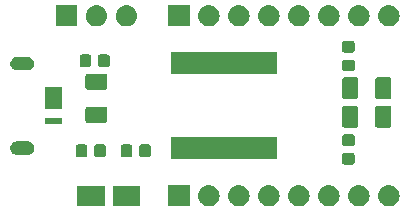
<source format=gbr>
G04 #@! TF.GenerationSoftware,KiCad,Pcbnew,(5.0.1)-3*
G04 #@! TF.CreationDate,2019-07-27T12:32:00+01:00*
G04 #@! TF.ProjectId,UsbToSerial,557362546F53657269616C2E6B696361,rev?*
G04 #@! TF.SameCoordinates,Original*
G04 #@! TF.FileFunction,Soldermask,Top*
G04 #@! TF.FilePolarity,Negative*
%FSLAX46Y46*%
G04 Gerber Fmt 4.6, Leading zero omitted, Abs format (unit mm)*
G04 Created by KiCad (PCBNEW (5.0.1)-3) date 27/07/2019 12:32:00*
%MOMM*%
%LPD*%
G01*
G04 APERTURE LIST*
%ADD10C,0.100000*%
G04 APERTURE END LIST*
D10*
G36*
X110600442Y-86735518D02*
X110666627Y-86742037D01*
X110779853Y-86776384D01*
X110836467Y-86793557D01*
X110975087Y-86867652D01*
X110992991Y-86877222D01*
X111028729Y-86906552D01*
X111130186Y-86989814D01*
X111213448Y-87091271D01*
X111242778Y-87127009D01*
X111242779Y-87127011D01*
X111326443Y-87283533D01*
X111326443Y-87283534D01*
X111377963Y-87453373D01*
X111395359Y-87630000D01*
X111377963Y-87806627D01*
X111343616Y-87919853D01*
X111326443Y-87976467D01*
X111252348Y-88115087D01*
X111242778Y-88132991D01*
X111213448Y-88168729D01*
X111130186Y-88270186D01*
X111028729Y-88353448D01*
X110992991Y-88382778D01*
X110992989Y-88382779D01*
X110836467Y-88466443D01*
X110788478Y-88481000D01*
X110666627Y-88517963D01*
X110600442Y-88524482D01*
X110534260Y-88531000D01*
X110445740Y-88531000D01*
X110379558Y-88524482D01*
X110313373Y-88517963D01*
X110191522Y-88481000D01*
X110143533Y-88466443D01*
X109987011Y-88382779D01*
X109987009Y-88382778D01*
X109951271Y-88353448D01*
X109849814Y-88270186D01*
X109766552Y-88168729D01*
X109737222Y-88132991D01*
X109727652Y-88115087D01*
X109653557Y-87976467D01*
X109636384Y-87919853D01*
X109602037Y-87806627D01*
X109584641Y-87630000D01*
X109602037Y-87453373D01*
X109653557Y-87283534D01*
X109653557Y-87283533D01*
X109737221Y-87127011D01*
X109737222Y-87127009D01*
X109766552Y-87091271D01*
X109849814Y-86989814D01*
X109951271Y-86906552D01*
X109987009Y-86877222D01*
X110004913Y-86867652D01*
X110143533Y-86793557D01*
X110200147Y-86776384D01*
X110313373Y-86742037D01*
X110379558Y-86735518D01*
X110445740Y-86729000D01*
X110534260Y-86729000D01*
X110600442Y-86735518D01*
X110600442Y-86735518D01*
G37*
G36*
X108060442Y-86735518D02*
X108126627Y-86742037D01*
X108239853Y-86776384D01*
X108296467Y-86793557D01*
X108435087Y-86867652D01*
X108452991Y-86877222D01*
X108488729Y-86906552D01*
X108590186Y-86989814D01*
X108673448Y-87091271D01*
X108702778Y-87127009D01*
X108702779Y-87127011D01*
X108786443Y-87283533D01*
X108786443Y-87283534D01*
X108837963Y-87453373D01*
X108855359Y-87630000D01*
X108837963Y-87806627D01*
X108803616Y-87919853D01*
X108786443Y-87976467D01*
X108712348Y-88115087D01*
X108702778Y-88132991D01*
X108673448Y-88168729D01*
X108590186Y-88270186D01*
X108488729Y-88353448D01*
X108452991Y-88382778D01*
X108452989Y-88382779D01*
X108296467Y-88466443D01*
X108248478Y-88481000D01*
X108126627Y-88517963D01*
X108060442Y-88524482D01*
X107994260Y-88531000D01*
X107905740Y-88531000D01*
X107839558Y-88524482D01*
X107773373Y-88517963D01*
X107651522Y-88481000D01*
X107603533Y-88466443D01*
X107447011Y-88382779D01*
X107447009Y-88382778D01*
X107411271Y-88353448D01*
X107309814Y-88270186D01*
X107226552Y-88168729D01*
X107197222Y-88132991D01*
X107187652Y-88115087D01*
X107113557Y-87976467D01*
X107096384Y-87919853D01*
X107062037Y-87806627D01*
X107044641Y-87630000D01*
X107062037Y-87453373D01*
X107113557Y-87283534D01*
X107113557Y-87283533D01*
X107197221Y-87127011D01*
X107197222Y-87127009D01*
X107226552Y-87091271D01*
X107309814Y-86989814D01*
X107411271Y-86906552D01*
X107447009Y-86877222D01*
X107464913Y-86867652D01*
X107603533Y-86793557D01*
X107660147Y-86776384D01*
X107773373Y-86742037D01*
X107839558Y-86735518D01*
X107905740Y-86729000D01*
X107994260Y-86729000D01*
X108060442Y-86735518D01*
X108060442Y-86735518D01*
G37*
G36*
X93611000Y-88531000D02*
X91809000Y-88531000D01*
X91809000Y-86729000D01*
X93611000Y-86729000D01*
X93611000Y-88531000D01*
X93611000Y-88531000D01*
G37*
G36*
X95360442Y-86735518D02*
X95426627Y-86742037D01*
X95539853Y-86776384D01*
X95596467Y-86793557D01*
X95735087Y-86867652D01*
X95752991Y-86877222D01*
X95788729Y-86906552D01*
X95890186Y-86989814D01*
X95973448Y-87091271D01*
X96002778Y-87127009D01*
X96002779Y-87127011D01*
X96086443Y-87283533D01*
X96086443Y-87283534D01*
X96137963Y-87453373D01*
X96155359Y-87630000D01*
X96137963Y-87806627D01*
X96103616Y-87919853D01*
X96086443Y-87976467D01*
X96012348Y-88115087D01*
X96002778Y-88132991D01*
X95973448Y-88168729D01*
X95890186Y-88270186D01*
X95788729Y-88353448D01*
X95752991Y-88382778D01*
X95752989Y-88382779D01*
X95596467Y-88466443D01*
X95548478Y-88481000D01*
X95426627Y-88517963D01*
X95360442Y-88524482D01*
X95294260Y-88531000D01*
X95205740Y-88531000D01*
X95139558Y-88524482D01*
X95073373Y-88517963D01*
X94951522Y-88481000D01*
X94903533Y-88466443D01*
X94747011Y-88382779D01*
X94747009Y-88382778D01*
X94711271Y-88353448D01*
X94609814Y-88270186D01*
X94526552Y-88168729D01*
X94497222Y-88132991D01*
X94487652Y-88115087D01*
X94413557Y-87976467D01*
X94396384Y-87919853D01*
X94362037Y-87806627D01*
X94344641Y-87630000D01*
X94362037Y-87453373D01*
X94413557Y-87283534D01*
X94413557Y-87283533D01*
X94497221Y-87127011D01*
X94497222Y-87127009D01*
X94526552Y-87091271D01*
X94609814Y-86989814D01*
X94711271Y-86906552D01*
X94747009Y-86877222D01*
X94764913Y-86867652D01*
X94903533Y-86793557D01*
X94960147Y-86776384D01*
X95073373Y-86742037D01*
X95139558Y-86735518D01*
X95205740Y-86729000D01*
X95294260Y-86729000D01*
X95360442Y-86735518D01*
X95360442Y-86735518D01*
G37*
G36*
X97900442Y-86735518D02*
X97966627Y-86742037D01*
X98079853Y-86776384D01*
X98136467Y-86793557D01*
X98275087Y-86867652D01*
X98292991Y-86877222D01*
X98328729Y-86906552D01*
X98430186Y-86989814D01*
X98513448Y-87091271D01*
X98542778Y-87127009D01*
X98542779Y-87127011D01*
X98626443Y-87283533D01*
X98626443Y-87283534D01*
X98677963Y-87453373D01*
X98695359Y-87630000D01*
X98677963Y-87806627D01*
X98643616Y-87919853D01*
X98626443Y-87976467D01*
X98552348Y-88115087D01*
X98542778Y-88132991D01*
X98513448Y-88168729D01*
X98430186Y-88270186D01*
X98328729Y-88353448D01*
X98292991Y-88382778D01*
X98292989Y-88382779D01*
X98136467Y-88466443D01*
X98088478Y-88481000D01*
X97966627Y-88517963D01*
X97900442Y-88524482D01*
X97834260Y-88531000D01*
X97745740Y-88531000D01*
X97679558Y-88524482D01*
X97613373Y-88517963D01*
X97491522Y-88481000D01*
X97443533Y-88466443D01*
X97287011Y-88382779D01*
X97287009Y-88382778D01*
X97251271Y-88353448D01*
X97149814Y-88270186D01*
X97066552Y-88168729D01*
X97037222Y-88132991D01*
X97027652Y-88115087D01*
X96953557Y-87976467D01*
X96936384Y-87919853D01*
X96902037Y-87806627D01*
X96884641Y-87630000D01*
X96902037Y-87453373D01*
X96953557Y-87283534D01*
X96953557Y-87283533D01*
X97037221Y-87127011D01*
X97037222Y-87127009D01*
X97066552Y-87091271D01*
X97149814Y-86989814D01*
X97251271Y-86906552D01*
X97287009Y-86877222D01*
X97304913Y-86867652D01*
X97443533Y-86793557D01*
X97500147Y-86776384D01*
X97613373Y-86742037D01*
X97679558Y-86735518D01*
X97745740Y-86729000D01*
X97834260Y-86729000D01*
X97900442Y-86735518D01*
X97900442Y-86735518D01*
G37*
G36*
X102980442Y-86735518D02*
X103046627Y-86742037D01*
X103159853Y-86776384D01*
X103216467Y-86793557D01*
X103355087Y-86867652D01*
X103372991Y-86877222D01*
X103408729Y-86906552D01*
X103510186Y-86989814D01*
X103593448Y-87091271D01*
X103622778Y-87127009D01*
X103622779Y-87127011D01*
X103706443Y-87283533D01*
X103706443Y-87283534D01*
X103757963Y-87453373D01*
X103775359Y-87630000D01*
X103757963Y-87806627D01*
X103723616Y-87919853D01*
X103706443Y-87976467D01*
X103632348Y-88115087D01*
X103622778Y-88132991D01*
X103593448Y-88168729D01*
X103510186Y-88270186D01*
X103408729Y-88353448D01*
X103372991Y-88382778D01*
X103372989Y-88382779D01*
X103216467Y-88466443D01*
X103168478Y-88481000D01*
X103046627Y-88517963D01*
X102980442Y-88524482D01*
X102914260Y-88531000D01*
X102825740Y-88531000D01*
X102759558Y-88524482D01*
X102693373Y-88517963D01*
X102571522Y-88481000D01*
X102523533Y-88466443D01*
X102367011Y-88382779D01*
X102367009Y-88382778D01*
X102331271Y-88353448D01*
X102229814Y-88270186D01*
X102146552Y-88168729D01*
X102117222Y-88132991D01*
X102107652Y-88115087D01*
X102033557Y-87976467D01*
X102016384Y-87919853D01*
X101982037Y-87806627D01*
X101964641Y-87630000D01*
X101982037Y-87453373D01*
X102033557Y-87283534D01*
X102033557Y-87283533D01*
X102117221Y-87127011D01*
X102117222Y-87127009D01*
X102146552Y-87091271D01*
X102229814Y-86989814D01*
X102331271Y-86906552D01*
X102367009Y-86877222D01*
X102384913Y-86867652D01*
X102523533Y-86793557D01*
X102580147Y-86776384D01*
X102693373Y-86742037D01*
X102759558Y-86735518D01*
X102825740Y-86729000D01*
X102914260Y-86729000D01*
X102980442Y-86735518D01*
X102980442Y-86735518D01*
G37*
G36*
X105520442Y-86735518D02*
X105586627Y-86742037D01*
X105699853Y-86776384D01*
X105756467Y-86793557D01*
X105895087Y-86867652D01*
X105912991Y-86877222D01*
X105948729Y-86906552D01*
X106050186Y-86989814D01*
X106133448Y-87091271D01*
X106162778Y-87127009D01*
X106162779Y-87127011D01*
X106246443Y-87283533D01*
X106246443Y-87283534D01*
X106297963Y-87453373D01*
X106315359Y-87630000D01*
X106297963Y-87806627D01*
X106263616Y-87919853D01*
X106246443Y-87976467D01*
X106172348Y-88115087D01*
X106162778Y-88132991D01*
X106133448Y-88168729D01*
X106050186Y-88270186D01*
X105948729Y-88353448D01*
X105912991Y-88382778D01*
X105912989Y-88382779D01*
X105756467Y-88466443D01*
X105708478Y-88481000D01*
X105586627Y-88517963D01*
X105520442Y-88524482D01*
X105454260Y-88531000D01*
X105365740Y-88531000D01*
X105299558Y-88524482D01*
X105233373Y-88517963D01*
X105111522Y-88481000D01*
X105063533Y-88466443D01*
X104907011Y-88382779D01*
X104907009Y-88382778D01*
X104871271Y-88353448D01*
X104769814Y-88270186D01*
X104686552Y-88168729D01*
X104657222Y-88132991D01*
X104647652Y-88115087D01*
X104573557Y-87976467D01*
X104556384Y-87919853D01*
X104522037Y-87806627D01*
X104504641Y-87630000D01*
X104522037Y-87453373D01*
X104573557Y-87283534D01*
X104573557Y-87283533D01*
X104657221Y-87127011D01*
X104657222Y-87127009D01*
X104686552Y-87091271D01*
X104769814Y-86989814D01*
X104871271Y-86906552D01*
X104907009Y-86877222D01*
X104924913Y-86867652D01*
X105063533Y-86793557D01*
X105120147Y-86776384D01*
X105233373Y-86742037D01*
X105299558Y-86735518D01*
X105365740Y-86729000D01*
X105454260Y-86729000D01*
X105520442Y-86735518D01*
X105520442Y-86735518D01*
G37*
G36*
X100440442Y-86735518D02*
X100506627Y-86742037D01*
X100619853Y-86776384D01*
X100676467Y-86793557D01*
X100815087Y-86867652D01*
X100832991Y-86877222D01*
X100868729Y-86906552D01*
X100970186Y-86989814D01*
X101053448Y-87091271D01*
X101082778Y-87127009D01*
X101082779Y-87127011D01*
X101166443Y-87283533D01*
X101166443Y-87283534D01*
X101217963Y-87453373D01*
X101235359Y-87630000D01*
X101217963Y-87806627D01*
X101183616Y-87919853D01*
X101166443Y-87976467D01*
X101092348Y-88115087D01*
X101082778Y-88132991D01*
X101053448Y-88168729D01*
X100970186Y-88270186D01*
X100868729Y-88353448D01*
X100832991Y-88382778D01*
X100832989Y-88382779D01*
X100676467Y-88466443D01*
X100628478Y-88481000D01*
X100506627Y-88517963D01*
X100440442Y-88524482D01*
X100374260Y-88531000D01*
X100285740Y-88531000D01*
X100219558Y-88524482D01*
X100153373Y-88517963D01*
X100031522Y-88481000D01*
X99983533Y-88466443D01*
X99827011Y-88382779D01*
X99827009Y-88382778D01*
X99791271Y-88353448D01*
X99689814Y-88270186D01*
X99606552Y-88168729D01*
X99577222Y-88132991D01*
X99567652Y-88115087D01*
X99493557Y-87976467D01*
X99476384Y-87919853D01*
X99442037Y-87806627D01*
X99424641Y-87630000D01*
X99442037Y-87453373D01*
X99493557Y-87283534D01*
X99493557Y-87283533D01*
X99577221Y-87127011D01*
X99577222Y-87127009D01*
X99606552Y-87091271D01*
X99689814Y-86989814D01*
X99791271Y-86906552D01*
X99827009Y-86877222D01*
X99844913Y-86867652D01*
X99983533Y-86793557D01*
X100040147Y-86776384D01*
X100153373Y-86742037D01*
X100219558Y-86735518D01*
X100285740Y-86729000D01*
X100374260Y-86729000D01*
X100440442Y-86735518D01*
X100440442Y-86735518D01*
G37*
G36*
X89416000Y-88481000D02*
X87114000Y-88481000D01*
X87114000Y-86779000D01*
X89416000Y-86779000D01*
X89416000Y-88481000D01*
X89416000Y-88481000D01*
G37*
G36*
X86416000Y-88481000D02*
X84114000Y-88481000D01*
X84114000Y-86779000D01*
X86416000Y-86779000D01*
X86416000Y-88481000D01*
X86416000Y-88481000D01*
G37*
G36*
X107440591Y-84021585D02*
X107474569Y-84031893D01*
X107505887Y-84048633D01*
X107533339Y-84071161D01*
X107555867Y-84098613D01*
X107572607Y-84129931D01*
X107582915Y-84163909D01*
X107587000Y-84205390D01*
X107587000Y-84806610D01*
X107582915Y-84848091D01*
X107572607Y-84882069D01*
X107555867Y-84913387D01*
X107533339Y-84940839D01*
X107505887Y-84963367D01*
X107474569Y-84980107D01*
X107440591Y-84990415D01*
X107399110Y-84994500D01*
X106722890Y-84994500D01*
X106681409Y-84990415D01*
X106647431Y-84980107D01*
X106616113Y-84963367D01*
X106588661Y-84940839D01*
X106566133Y-84913387D01*
X106549393Y-84882069D01*
X106539085Y-84848091D01*
X106535000Y-84806610D01*
X106535000Y-84205390D01*
X106539085Y-84163909D01*
X106549393Y-84129931D01*
X106566133Y-84098613D01*
X106588661Y-84071161D01*
X106616113Y-84048633D01*
X106647431Y-84031893D01*
X106681409Y-84021585D01*
X106722890Y-84017500D01*
X107399110Y-84017500D01*
X107440591Y-84021585D01*
X107440591Y-84021585D01*
G37*
G36*
X101021000Y-84536000D02*
X92019000Y-84536000D01*
X92019000Y-82684000D01*
X101021000Y-82684000D01*
X101021000Y-84536000D01*
X101021000Y-84536000D01*
G37*
G36*
X90182091Y-83298085D02*
X90216069Y-83308393D01*
X90247387Y-83325133D01*
X90274839Y-83347661D01*
X90297367Y-83375113D01*
X90314107Y-83406431D01*
X90324415Y-83440409D01*
X90328500Y-83481890D01*
X90328500Y-84158110D01*
X90324415Y-84199591D01*
X90314107Y-84233569D01*
X90297367Y-84264887D01*
X90274839Y-84292339D01*
X90247387Y-84314867D01*
X90216069Y-84331607D01*
X90182091Y-84341915D01*
X90140610Y-84346000D01*
X89539390Y-84346000D01*
X89497909Y-84341915D01*
X89463931Y-84331607D01*
X89432613Y-84314867D01*
X89405161Y-84292339D01*
X89382633Y-84264887D01*
X89365893Y-84233569D01*
X89355585Y-84199591D01*
X89351500Y-84158110D01*
X89351500Y-83481890D01*
X89355585Y-83440409D01*
X89365893Y-83406431D01*
X89382633Y-83375113D01*
X89405161Y-83347661D01*
X89432613Y-83325133D01*
X89463931Y-83308393D01*
X89497909Y-83298085D01*
X89539390Y-83294000D01*
X90140610Y-83294000D01*
X90182091Y-83298085D01*
X90182091Y-83298085D01*
G37*
G36*
X86372091Y-83298085D02*
X86406069Y-83308393D01*
X86437387Y-83325133D01*
X86464839Y-83347661D01*
X86487367Y-83375113D01*
X86504107Y-83406431D01*
X86514415Y-83440409D01*
X86518500Y-83481890D01*
X86518500Y-84158110D01*
X86514415Y-84199591D01*
X86504107Y-84233569D01*
X86487367Y-84264887D01*
X86464839Y-84292339D01*
X86437387Y-84314867D01*
X86406069Y-84331607D01*
X86372091Y-84341915D01*
X86330610Y-84346000D01*
X85729390Y-84346000D01*
X85687909Y-84341915D01*
X85653931Y-84331607D01*
X85622613Y-84314867D01*
X85595161Y-84292339D01*
X85572633Y-84264887D01*
X85555893Y-84233569D01*
X85545585Y-84199591D01*
X85541500Y-84158110D01*
X85541500Y-83481890D01*
X85545585Y-83440409D01*
X85555893Y-83406431D01*
X85572633Y-83375113D01*
X85595161Y-83347661D01*
X85622613Y-83325133D01*
X85653931Y-83308393D01*
X85687909Y-83298085D01*
X85729390Y-83294000D01*
X86330610Y-83294000D01*
X86372091Y-83298085D01*
X86372091Y-83298085D01*
G37*
G36*
X88607091Y-83298085D02*
X88641069Y-83308393D01*
X88672387Y-83325133D01*
X88699839Y-83347661D01*
X88722367Y-83375113D01*
X88739107Y-83406431D01*
X88749415Y-83440409D01*
X88753500Y-83481890D01*
X88753500Y-84158110D01*
X88749415Y-84199591D01*
X88739107Y-84233569D01*
X88722367Y-84264887D01*
X88699839Y-84292339D01*
X88672387Y-84314867D01*
X88641069Y-84331607D01*
X88607091Y-84341915D01*
X88565610Y-84346000D01*
X87964390Y-84346000D01*
X87922909Y-84341915D01*
X87888931Y-84331607D01*
X87857613Y-84314867D01*
X87830161Y-84292339D01*
X87807633Y-84264887D01*
X87790893Y-84233569D01*
X87780585Y-84199591D01*
X87776500Y-84158110D01*
X87776500Y-83481890D01*
X87780585Y-83440409D01*
X87790893Y-83406431D01*
X87807633Y-83375113D01*
X87830161Y-83347661D01*
X87857613Y-83325133D01*
X87888931Y-83308393D01*
X87922909Y-83298085D01*
X87964390Y-83294000D01*
X88565610Y-83294000D01*
X88607091Y-83298085D01*
X88607091Y-83298085D01*
G37*
G36*
X84797091Y-83298085D02*
X84831069Y-83308393D01*
X84862387Y-83325133D01*
X84889839Y-83347661D01*
X84912367Y-83375113D01*
X84929107Y-83406431D01*
X84939415Y-83440409D01*
X84943500Y-83481890D01*
X84943500Y-84158110D01*
X84939415Y-84199591D01*
X84929107Y-84233569D01*
X84912367Y-84264887D01*
X84889839Y-84292339D01*
X84862387Y-84314867D01*
X84831069Y-84331607D01*
X84797091Y-84341915D01*
X84755610Y-84346000D01*
X84154390Y-84346000D01*
X84112909Y-84341915D01*
X84078931Y-84331607D01*
X84047613Y-84314867D01*
X84020161Y-84292339D01*
X83997633Y-84264887D01*
X83980893Y-84233569D01*
X83970585Y-84199591D01*
X83966500Y-84158110D01*
X83966500Y-83481890D01*
X83970585Y-83440409D01*
X83980893Y-83406431D01*
X83997633Y-83375113D01*
X84020161Y-83347661D01*
X84047613Y-83325133D01*
X84078931Y-83308393D01*
X84112909Y-83298085D01*
X84154390Y-83294000D01*
X84755610Y-83294000D01*
X84797091Y-83298085D01*
X84797091Y-83298085D01*
G37*
G36*
X79982916Y-83017334D02*
X80091492Y-83050271D01*
X80191557Y-83103756D01*
X80279264Y-83175736D01*
X80351244Y-83263443D01*
X80404729Y-83363508D01*
X80437666Y-83472084D01*
X80448787Y-83585000D01*
X80437666Y-83697916D01*
X80404729Y-83806492D01*
X80351244Y-83906557D01*
X80279264Y-83994264D01*
X80191557Y-84066244D01*
X80091492Y-84119729D01*
X79982916Y-84152666D01*
X79898298Y-84161000D01*
X78991702Y-84161000D01*
X78907084Y-84152666D01*
X78798508Y-84119729D01*
X78698443Y-84066244D01*
X78610736Y-83994264D01*
X78538756Y-83906557D01*
X78485271Y-83806492D01*
X78452334Y-83697916D01*
X78441213Y-83585000D01*
X78452334Y-83472084D01*
X78485271Y-83363508D01*
X78538756Y-83263443D01*
X78610736Y-83175736D01*
X78698443Y-83103756D01*
X78798508Y-83050271D01*
X78907084Y-83017334D01*
X78991702Y-83009000D01*
X79898298Y-83009000D01*
X79982916Y-83017334D01*
X79982916Y-83017334D01*
G37*
G36*
X107440591Y-82446585D02*
X107474569Y-82456893D01*
X107505887Y-82473633D01*
X107533339Y-82496161D01*
X107555867Y-82523613D01*
X107572607Y-82554931D01*
X107582915Y-82588909D01*
X107587000Y-82630390D01*
X107587000Y-83231610D01*
X107582915Y-83273091D01*
X107572607Y-83307069D01*
X107555867Y-83338387D01*
X107533339Y-83365839D01*
X107505887Y-83388367D01*
X107474569Y-83405107D01*
X107440591Y-83415415D01*
X107399110Y-83419500D01*
X106722890Y-83419500D01*
X106681409Y-83415415D01*
X106647431Y-83405107D01*
X106616113Y-83388367D01*
X106588661Y-83365839D01*
X106566133Y-83338387D01*
X106549393Y-83307069D01*
X106539085Y-83273091D01*
X106535000Y-83231610D01*
X106535000Y-82630390D01*
X106539085Y-82588909D01*
X106549393Y-82554931D01*
X106566133Y-82523613D01*
X106588661Y-82496161D01*
X106616113Y-82473633D01*
X106647431Y-82456893D01*
X106681409Y-82446585D01*
X106722890Y-82442500D01*
X107399110Y-82442500D01*
X107440591Y-82446585D01*
X107440591Y-82446585D01*
G37*
G36*
X110529604Y-80021833D02*
X110566145Y-80032918D01*
X110599820Y-80050917D01*
X110629341Y-80075145D01*
X110653569Y-80104666D01*
X110671568Y-80138341D01*
X110682653Y-80174882D01*
X110687000Y-80219024D01*
X110687000Y-81667948D01*
X110682653Y-81712090D01*
X110671568Y-81748631D01*
X110653569Y-81782306D01*
X110629341Y-81811827D01*
X110599820Y-81836055D01*
X110566145Y-81854054D01*
X110529604Y-81865139D01*
X110485462Y-81869486D01*
X109536538Y-81869486D01*
X109492396Y-81865139D01*
X109455855Y-81854054D01*
X109422180Y-81836055D01*
X109392659Y-81811827D01*
X109368431Y-81782306D01*
X109350432Y-81748631D01*
X109339347Y-81712090D01*
X109335000Y-81667948D01*
X109335000Y-80219024D01*
X109339347Y-80174882D01*
X109350432Y-80138341D01*
X109368431Y-80104666D01*
X109392659Y-80075145D01*
X109422180Y-80050917D01*
X109455855Y-80032918D01*
X109492396Y-80021833D01*
X109536538Y-80017486D01*
X110485462Y-80017486D01*
X110529604Y-80021833D01*
X110529604Y-80021833D01*
G37*
G36*
X107729604Y-80021833D02*
X107766145Y-80032918D01*
X107799820Y-80050917D01*
X107829341Y-80075145D01*
X107853569Y-80104666D01*
X107871568Y-80138341D01*
X107882653Y-80174882D01*
X107887000Y-80219024D01*
X107887000Y-81667948D01*
X107882653Y-81712090D01*
X107871568Y-81748631D01*
X107853569Y-81782306D01*
X107829341Y-81811827D01*
X107799820Y-81836055D01*
X107766145Y-81854054D01*
X107729604Y-81865139D01*
X107685462Y-81869486D01*
X106736538Y-81869486D01*
X106692396Y-81865139D01*
X106655855Y-81854054D01*
X106622180Y-81836055D01*
X106592659Y-81811827D01*
X106568431Y-81782306D01*
X106550432Y-81748631D01*
X106539347Y-81712090D01*
X106535000Y-81667948D01*
X106535000Y-80219024D01*
X106539347Y-80174882D01*
X106550432Y-80138341D01*
X106568431Y-80104666D01*
X106592659Y-80075145D01*
X106622180Y-80050917D01*
X106655855Y-80032918D01*
X106692396Y-80021833D01*
X106736538Y-80017486D01*
X107685462Y-80017486D01*
X107729604Y-80021833D01*
X107729604Y-80021833D01*
G37*
G36*
X82846000Y-81561000D02*
X81344000Y-81561000D01*
X81344000Y-81059000D01*
X82846000Y-81059000D01*
X82846000Y-81561000D01*
X82846000Y-81561000D01*
G37*
G36*
X86493604Y-80103347D02*
X86530145Y-80114432D01*
X86563820Y-80132431D01*
X86593341Y-80156659D01*
X86617569Y-80186180D01*
X86635568Y-80219855D01*
X86646653Y-80256396D01*
X86651000Y-80300538D01*
X86651000Y-81249462D01*
X86646653Y-81293604D01*
X86635568Y-81330145D01*
X86617569Y-81363820D01*
X86593341Y-81393341D01*
X86563820Y-81417569D01*
X86530145Y-81435568D01*
X86493604Y-81446653D01*
X86449462Y-81451000D01*
X85000538Y-81451000D01*
X84956396Y-81446653D01*
X84919855Y-81435568D01*
X84886180Y-81417569D01*
X84856659Y-81393341D01*
X84832431Y-81363820D01*
X84814432Y-81330145D01*
X84803347Y-81293604D01*
X84799000Y-81249462D01*
X84799000Y-80300538D01*
X84803347Y-80256396D01*
X84814432Y-80219855D01*
X84832431Y-80186180D01*
X84856659Y-80156659D01*
X84886180Y-80132431D01*
X84919855Y-80114432D01*
X84956396Y-80103347D01*
X85000538Y-80099000D01*
X86449462Y-80099000D01*
X86493604Y-80103347D01*
X86493604Y-80103347D01*
G37*
G36*
X82846000Y-80261000D02*
X81344000Y-80261000D01*
X81344000Y-78459000D01*
X82846000Y-78459000D01*
X82846000Y-80261000D01*
X82846000Y-80261000D01*
G37*
G36*
X107729604Y-77599340D02*
X107766145Y-77610425D01*
X107799820Y-77628424D01*
X107829341Y-77652652D01*
X107853569Y-77682173D01*
X107871568Y-77715848D01*
X107882653Y-77752389D01*
X107887000Y-77796531D01*
X107887000Y-79245455D01*
X107882653Y-79289597D01*
X107871568Y-79326138D01*
X107853569Y-79359813D01*
X107829341Y-79389334D01*
X107799820Y-79413562D01*
X107766145Y-79431561D01*
X107729604Y-79442646D01*
X107685462Y-79446993D01*
X106736538Y-79446993D01*
X106692396Y-79442646D01*
X106655855Y-79431561D01*
X106622180Y-79413562D01*
X106592659Y-79389334D01*
X106568431Y-79359813D01*
X106550432Y-79326138D01*
X106539347Y-79289597D01*
X106535000Y-79245455D01*
X106535000Y-77796531D01*
X106539347Y-77752389D01*
X106550432Y-77715848D01*
X106568431Y-77682173D01*
X106592659Y-77652652D01*
X106622180Y-77628424D01*
X106655855Y-77610425D01*
X106692396Y-77599340D01*
X106736538Y-77594993D01*
X107685462Y-77594993D01*
X107729604Y-77599340D01*
X107729604Y-77599340D01*
G37*
G36*
X110529604Y-77599340D02*
X110566145Y-77610425D01*
X110599820Y-77628424D01*
X110629341Y-77652652D01*
X110653569Y-77682173D01*
X110671568Y-77715848D01*
X110682653Y-77752389D01*
X110687000Y-77796531D01*
X110687000Y-79245455D01*
X110682653Y-79289597D01*
X110671568Y-79326138D01*
X110653569Y-79359813D01*
X110629341Y-79389334D01*
X110599820Y-79413562D01*
X110566145Y-79431561D01*
X110529604Y-79442646D01*
X110485462Y-79446993D01*
X109536538Y-79446993D01*
X109492396Y-79442646D01*
X109455855Y-79431561D01*
X109422180Y-79413562D01*
X109392659Y-79389334D01*
X109368431Y-79359813D01*
X109350432Y-79326138D01*
X109339347Y-79289597D01*
X109335000Y-79245455D01*
X109335000Y-77796531D01*
X109339347Y-77752389D01*
X109350432Y-77715848D01*
X109368431Y-77682173D01*
X109392659Y-77652652D01*
X109422180Y-77628424D01*
X109455855Y-77610425D01*
X109492396Y-77599340D01*
X109536538Y-77594993D01*
X110485462Y-77594993D01*
X110529604Y-77599340D01*
X110529604Y-77599340D01*
G37*
G36*
X86493604Y-77303347D02*
X86530145Y-77314432D01*
X86563820Y-77332431D01*
X86593341Y-77356659D01*
X86617569Y-77386180D01*
X86635568Y-77419855D01*
X86646653Y-77456396D01*
X86651000Y-77500538D01*
X86651000Y-78449462D01*
X86646653Y-78493604D01*
X86635568Y-78530145D01*
X86617569Y-78563820D01*
X86593341Y-78593341D01*
X86563820Y-78617569D01*
X86530145Y-78635568D01*
X86493604Y-78646653D01*
X86449462Y-78651000D01*
X85000538Y-78651000D01*
X84956396Y-78646653D01*
X84919855Y-78635568D01*
X84886180Y-78617569D01*
X84856659Y-78593341D01*
X84832431Y-78563820D01*
X84814432Y-78530145D01*
X84803347Y-78493604D01*
X84799000Y-78449462D01*
X84799000Y-77500538D01*
X84803347Y-77456396D01*
X84814432Y-77419855D01*
X84832431Y-77386180D01*
X84856659Y-77356659D01*
X84886180Y-77332431D01*
X84919855Y-77314432D01*
X84956396Y-77303347D01*
X85000538Y-77299000D01*
X86449462Y-77299000D01*
X86493604Y-77303347D01*
X86493604Y-77303347D01*
G37*
G36*
X101021000Y-77336000D02*
X92019000Y-77336000D01*
X92019000Y-75484000D01*
X101021000Y-75484000D01*
X101021000Y-77336000D01*
X101021000Y-77336000D01*
G37*
G36*
X107440591Y-76122085D02*
X107474569Y-76132393D01*
X107505887Y-76149133D01*
X107533339Y-76171661D01*
X107555867Y-76199113D01*
X107572607Y-76230431D01*
X107582915Y-76264409D01*
X107587000Y-76305890D01*
X107587000Y-76907110D01*
X107582915Y-76948591D01*
X107572607Y-76982569D01*
X107555867Y-77013887D01*
X107533339Y-77041339D01*
X107505887Y-77063867D01*
X107474569Y-77080607D01*
X107440591Y-77090915D01*
X107399110Y-77095000D01*
X106722890Y-77095000D01*
X106681409Y-77090915D01*
X106647431Y-77080607D01*
X106616113Y-77063867D01*
X106588661Y-77041339D01*
X106566133Y-77013887D01*
X106549393Y-76982569D01*
X106539085Y-76948591D01*
X106535000Y-76907110D01*
X106535000Y-76305890D01*
X106539085Y-76264409D01*
X106549393Y-76230431D01*
X106566133Y-76199113D01*
X106588661Y-76171661D01*
X106616113Y-76149133D01*
X106647431Y-76132393D01*
X106681409Y-76122085D01*
X106722890Y-76118000D01*
X107399110Y-76118000D01*
X107440591Y-76122085D01*
X107440591Y-76122085D01*
G37*
G36*
X79982916Y-75867334D02*
X80091492Y-75900271D01*
X80191557Y-75953756D01*
X80279264Y-76025736D01*
X80351244Y-76113443D01*
X80404729Y-76213508D01*
X80437666Y-76322084D01*
X80448787Y-76435000D01*
X80437666Y-76547916D01*
X80404729Y-76656492D01*
X80351244Y-76756557D01*
X80279264Y-76844264D01*
X80191557Y-76916244D01*
X80091492Y-76969729D01*
X79982916Y-77002666D01*
X79898298Y-77011000D01*
X78991702Y-77011000D01*
X78907084Y-77002666D01*
X78798508Y-76969729D01*
X78698443Y-76916244D01*
X78610736Y-76844264D01*
X78538756Y-76756557D01*
X78485271Y-76656492D01*
X78452334Y-76547916D01*
X78441213Y-76435000D01*
X78452334Y-76322084D01*
X78485271Y-76213508D01*
X78538756Y-76113443D01*
X78610736Y-76025736D01*
X78698443Y-75953756D01*
X78798508Y-75900271D01*
X78907084Y-75867334D01*
X78991702Y-75859000D01*
X79898298Y-75859000D01*
X79982916Y-75867334D01*
X79982916Y-75867334D01*
G37*
G36*
X86702091Y-75678085D02*
X86736069Y-75688393D01*
X86767387Y-75705133D01*
X86794839Y-75727661D01*
X86817367Y-75755113D01*
X86834107Y-75786431D01*
X86844415Y-75820409D01*
X86848500Y-75861890D01*
X86848500Y-76538110D01*
X86844415Y-76579591D01*
X86834107Y-76613569D01*
X86817367Y-76644887D01*
X86794839Y-76672339D01*
X86767387Y-76694867D01*
X86736069Y-76711607D01*
X86702091Y-76721915D01*
X86660610Y-76726000D01*
X86059390Y-76726000D01*
X86017909Y-76721915D01*
X85983931Y-76711607D01*
X85952613Y-76694867D01*
X85925161Y-76672339D01*
X85902633Y-76644887D01*
X85885893Y-76613569D01*
X85875585Y-76579591D01*
X85871500Y-76538110D01*
X85871500Y-75861890D01*
X85875585Y-75820409D01*
X85885893Y-75786431D01*
X85902633Y-75755113D01*
X85925161Y-75727661D01*
X85952613Y-75705133D01*
X85983931Y-75688393D01*
X86017909Y-75678085D01*
X86059390Y-75674000D01*
X86660610Y-75674000D01*
X86702091Y-75678085D01*
X86702091Y-75678085D01*
G37*
G36*
X85127091Y-75678085D02*
X85161069Y-75688393D01*
X85192387Y-75705133D01*
X85219839Y-75727661D01*
X85242367Y-75755113D01*
X85259107Y-75786431D01*
X85269415Y-75820409D01*
X85273500Y-75861890D01*
X85273500Y-76538110D01*
X85269415Y-76579591D01*
X85259107Y-76613569D01*
X85242367Y-76644887D01*
X85219839Y-76672339D01*
X85192387Y-76694867D01*
X85161069Y-76711607D01*
X85127091Y-76721915D01*
X85085610Y-76726000D01*
X84484390Y-76726000D01*
X84442909Y-76721915D01*
X84408931Y-76711607D01*
X84377613Y-76694867D01*
X84350161Y-76672339D01*
X84327633Y-76644887D01*
X84310893Y-76613569D01*
X84300585Y-76579591D01*
X84296500Y-76538110D01*
X84296500Y-75861890D01*
X84300585Y-75820409D01*
X84310893Y-75786431D01*
X84327633Y-75755113D01*
X84350161Y-75727661D01*
X84377613Y-75705133D01*
X84408931Y-75688393D01*
X84442909Y-75678085D01*
X84484390Y-75674000D01*
X85085610Y-75674000D01*
X85127091Y-75678085D01*
X85127091Y-75678085D01*
G37*
G36*
X107440591Y-74547085D02*
X107474569Y-74557393D01*
X107505887Y-74574133D01*
X107533339Y-74596661D01*
X107555867Y-74624113D01*
X107572607Y-74655431D01*
X107582915Y-74689409D01*
X107587000Y-74730890D01*
X107587000Y-75332110D01*
X107582915Y-75373591D01*
X107572607Y-75407569D01*
X107555867Y-75438887D01*
X107533339Y-75466339D01*
X107505887Y-75488867D01*
X107474569Y-75505607D01*
X107440591Y-75515915D01*
X107399110Y-75520000D01*
X106722890Y-75520000D01*
X106681409Y-75515915D01*
X106647431Y-75505607D01*
X106616113Y-75488867D01*
X106588661Y-75466339D01*
X106566133Y-75438887D01*
X106549393Y-75407569D01*
X106539085Y-75373591D01*
X106535000Y-75332110D01*
X106535000Y-74730890D01*
X106539085Y-74689409D01*
X106549393Y-74655431D01*
X106566133Y-74624113D01*
X106588661Y-74596661D01*
X106616113Y-74574133D01*
X106647431Y-74557393D01*
X106681409Y-74547085D01*
X106722890Y-74543000D01*
X107399110Y-74543000D01*
X107440591Y-74547085D01*
X107440591Y-74547085D01*
G37*
G36*
X84086000Y-73291000D02*
X82284000Y-73291000D01*
X82284000Y-71489000D01*
X84086000Y-71489000D01*
X84086000Y-73291000D01*
X84086000Y-73291000D01*
G37*
G36*
X88375443Y-71495519D02*
X88441627Y-71502037D01*
X88554853Y-71536384D01*
X88611467Y-71553557D01*
X88750087Y-71627652D01*
X88767991Y-71637222D01*
X88803729Y-71666552D01*
X88905186Y-71749814D01*
X88988448Y-71851271D01*
X89017778Y-71887009D01*
X89017779Y-71887011D01*
X89101443Y-72043533D01*
X89101443Y-72043534D01*
X89152963Y-72213373D01*
X89170359Y-72390000D01*
X89152963Y-72566627D01*
X89118616Y-72679853D01*
X89101443Y-72736467D01*
X89027348Y-72875087D01*
X89017778Y-72892991D01*
X88988448Y-72928729D01*
X88905186Y-73030186D01*
X88803729Y-73113448D01*
X88767991Y-73142778D01*
X88767989Y-73142779D01*
X88611467Y-73226443D01*
X88554853Y-73243616D01*
X88441627Y-73277963D01*
X88375443Y-73284481D01*
X88309260Y-73291000D01*
X88220740Y-73291000D01*
X88154557Y-73284481D01*
X88088373Y-73277963D01*
X87975147Y-73243616D01*
X87918533Y-73226443D01*
X87762011Y-73142779D01*
X87762009Y-73142778D01*
X87726271Y-73113448D01*
X87624814Y-73030186D01*
X87541552Y-72928729D01*
X87512222Y-72892991D01*
X87502652Y-72875087D01*
X87428557Y-72736467D01*
X87411384Y-72679853D01*
X87377037Y-72566627D01*
X87359641Y-72390000D01*
X87377037Y-72213373D01*
X87428557Y-72043534D01*
X87428557Y-72043533D01*
X87512221Y-71887011D01*
X87512222Y-71887009D01*
X87541552Y-71851271D01*
X87624814Y-71749814D01*
X87726271Y-71666552D01*
X87762009Y-71637222D01*
X87779913Y-71627652D01*
X87918533Y-71553557D01*
X87975147Y-71536384D01*
X88088373Y-71502037D01*
X88154557Y-71495519D01*
X88220740Y-71489000D01*
X88309260Y-71489000D01*
X88375443Y-71495519D01*
X88375443Y-71495519D01*
G37*
G36*
X85835443Y-71495519D02*
X85901627Y-71502037D01*
X86014853Y-71536384D01*
X86071467Y-71553557D01*
X86210087Y-71627652D01*
X86227991Y-71637222D01*
X86263729Y-71666552D01*
X86365186Y-71749814D01*
X86448448Y-71851271D01*
X86477778Y-71887009D01*
X86477779Y-71887011D01*
X86561443Y-72043533D01*
X86561443Y-72043534D01*
X86612963Y-72213373D01*
X86630359Y-72390000D01*
X86612963Y-72566627D01*
X86578616Y-72679853D01*
X86561443Y-72736467D01*
X86487348Y-72875087D01*
X86477778Y-72892991D01*
X86448448Y-72928729D01*
X86365186Y-73030186D01*
X86263729Y-73113448D01*
X86227991Y-73142778D01*
X86227989Y-73142779D01*
X86071467Y-73226443D01*
X86014853Y-73243616D01*
X85901627Y-73277963D01*
X85835443Y-73284481D01*
X85769260Y-73291000D01*
X85680740Y-73291000D01*
X85614557Y-73284481D01*
X85548373Y-73277963D01*
X85435147Y-73243616D01*
X85378533Y-73226443D01*
X85222011Y-73142779D01*
X85222009Y-73142778D01*
X85186271Y-73113448D01*
X85084814Y-73030186D01*
X85001552Y-72928729D01*
X84972222Y-72892991D01*
X84962652Y-72875087D01*
X84888557Y-72736467D01*
X84871384Y-72679853D01*
X84837037Y-72566627D01*
X84819641Y-72390000D01*
X84837037Y-72213373D01*
X84888557Y-72043534D01*
X84888557Y-72043533D01*
X84972221Y-71887011D01*
X84972222Y-71887009D01*
X85001552Y-71851271D01*
X85084814Y-71749814D01*
X85186271Y-71666552D01*
X85222009Y-71637222D01*
X85239913Y-71627652D01*
X85378533Y-71553557D01*
X85435147Y-71536384D01*
X85548373Y-71502037D01*
X85614557Y-71495519D01*
X85680740Y-71489000D01*
X85769260Y-71489000D01*
X85835443Y-71495519D01*
X85835443Y-71495519D01*
G37*
G36*
X110600443Y-71495519D02*
X110666627Y-71502037D01*
X110779853Y-71536384D01*
X110836467Y-71553557D01*
X110975087Y-71627652D01*
X110992991Y-71637222D01*
X111028729Y-71666552D01*
X111130186Y-71749814D01*
X111213448Y-71851271D01*
X111242778Y-71887009D01*
X111242779Y-71887011D01*
X111326443Y-72043533D01*
X111326443Y-72043534D01*
X111377963Y-72213373D01*
X111395359Y-72390000D01*
X111377963Y-72566627D01*
X111343616Y-72679853D01*
X111326443Y-72736467D01*
X111252348Y-72875087D01*
X111242778Y-72892991D01*
X111213448Y-72928729D01*
X111130186Y-73030186D01*
X111028729Y-73113448D01*
X110992991Y-73142778D01*
X110992989Y-73142779D01*
X110836467Y-73226443D01*
X110779853Y-73243616D01*
X110666627Y-73277963D01*
X110600443Y-73284481D01*
X110534260Y-73291000D01*
X110445740Y-73291000D01*
X110379557Y-73284481D01*
X110313373Y-73277963D01*
X110200147Y-73243616D01*
X110143533Y-73226443D01*
X109987011Y-73142779D01*
X109987009Y-73142778D01*
X109951271Y-73113448D01*
X109849814Y-73030186D01*
X109766552Y-72928729D01*
X109737222Y-72892991D01*
X109727652Y-72875087D01*
X109653557Y-72736467D01*
X109636384Y-72679853D01*
X109602037Y-72566627D01*
X109584641Y-72390000D01*
X109602037Y-72213373D01*
X109653557Y-72043534D01*
X109653557Y-72043533D01*
X109737221Y-71887011D01*
X109737222Y-71887009D01*
X109766552Y-71851271D01*
X109849814Y-71749814D01*
X109951271Y-71666552D01*
X109987009Y-71637222D01*
X110004913Y-71627652D01*
X110143533Y-71553557D01*
X110200147Y-71536384D01*
X110313373Y-71502037D01*
X110379557Y-71495519D01*
X110445740Y-71489000D01*
X110534260Y-71489000D01*
X110600443Y-71495519D01*
X110600443Y-71495519D01*
G37*
G36*
X108060443Y-71495519D02*
X108126627Y-71502037D01*
X108239853Y-71536384D01*
X108296467Y-71553557D01*
X108435087Y-71627652D01*
X108452991Y-71637222D01*
X108488729Y-71666552D01*
X108590186Y-71749814D01*
X108673448Y-71851271D01*
X108702778Y-71887009D01*
X108702779Y-71887011D01*
X108786443Y-72043533D01*
X108786443Y-72043534D01*
X108837963Y-72213373D01*
X108855359Y-72390000D01*
X108837963Y-72566627D01*
X108803616Y-72679853D01*
X108786443Y-72736467D01*
X108712348Y-72875087D01*
X108702778Y-72892991D01*
X108673448Y-72928729D01*
X108590186Y-73030186D01*
X108488729Y-73113448D01*
X108452991Y-73142778D01*
X108452989Y-73142779D01*
X108296467Y-73226443D01*
X108239853Y-73243616D01*
X108126627Y-73277963D01*
X108060443Y-73284481D01*
X107994260Y-73291000D01*
X107905740Y-73291000D01*
X107839557Y-73284481D01*
X107773373Y-73277963D01*
X107660147Y-73243616D01*
X107603533Y-73226443D01*
X107447011Y-73142779D01*
X107447009Y-73142778D01*
X107411271Y-73113448D01*
X107309814Y-73030186D01*
X107226552Y-72928729D01*
X107197222Y-72892991D01*
X107187652Y-72875087D01*
X107113557Y-72736467D01*
X107096384Y-72679853D01*
X107062037Y-72566627D01*
X107044641Y-72390000D01*
X107062037Y-72213373D01*
X107113557Y-72043534D01*
X107113557Y-72043533D01*
X107197221Y-71887011D01*
X107197222Y-71887009D01*
X107226552Y-71851271D01*
X107309814Y-71749814D01*
X107411271Y-71666552D01*
X107447009Y-71637222D01*
X107464913Y-71627652D01*
X107603533Y-71553557D01*
X107660147Y-71536384D01*
X107773373Y-71502037D01*
X107839557Y-71495519D01*
X107905740Y-71489000D01*
X107994260Y-71489000D01*
X108060443Y-71495519D01*
X108060443Y-71495519D01*
G37*
G36*
X93611000Y-73291000D02*
X91809000Y-73291000D01*
X91809000Y-71489000D01*
X93611000Y-71489000D01*
X93611000Y-73291000D01*
X93611000Y-73291000D01*
G37*
G36*
X95360443Y-71495519D02*
X95426627Y-71502037D01*
X95539853Y-71536384D01*
X95596467Y-71553557D01*
X95735087Y-71627652D01*
X95752991Y-71637222D01*
X95788729Y-71666552D01*
X95890186Y-71749814D01*
X95973448Y-71851271D01*
X96002778Y-71887009D01*
X96002779Y-71887011D01*
X96086443Y-72043533D01*
X96086443Y-72043534D01*
X96137963Y-72213373D01*
X96155359Y-72390000D01*
X96137963Y-72566627D01*
X96103616Y-72679853D01*
X96086443Y-72736467D01*
X96012348Y-72875087D01*
X96002778Y-72892991D01*
X95973448Y-72928729D01*
X95890186Y-73030186D01*
X95788729Y-73113448D01*
X95752991Y-73142778D01*
X95752989Y-73142779D01*
X95596467Y-73226443D01*
X95539853Y-73243616D01*
X95426627Y-73277963D01*
X95360443Y-73284481D01*
X95294260Y-73291000D01*
X95205740Y-73291000D01*
X95139557Y-73284481D01*
X95073373Y-73277963D01*
X94960147Y-73243616D01*
X94903533Y-73226443D01*
X94747011Y-73142779D01*
X94747009Y-73142778D01*
X94711271Y-73113448D01*
X94609814Y-73030186D01*
X94526552Y-72928729D01*
X94497222Y-72892991D01*
X94487652Y-72875087D01*
X94413557Y-72736467D01*
X94396384Y-72679853D01*
X94362037Y-72566627D01*
X94344641Y-72390000D01*
X94362037Y-72213373D01*
X94413557Y-72043534D01*
X94413557Y-72043533D01*
X94497221Y-71887011D01*
X94497222Y-71887009D01*
X94526552Y-71851271D01*
X94609814Y-71749814D01*
X94711271Y-71666552D01*
X94747009Y-71637222D01*
X94764913Y-71627652D01*
X94903533Y-71553557D01*
X94960147Y-71536384D01*
X95073373Y-71502037D01*
X95139557Y-71495519D01*
X95205740Y-71489000D01*
X95294260Y-71489000D01*
X95360443Y-71495519D01*
X95360443Y-71495519D01*
G37*
G36*
X97900443Y-71495519D02*
X97966627Y-71502037D01*
X98079853Y-71536384D01*
X98136467Y-71553557D01*
X98275087Y-71627652D01*
X98292991Y-71637222D01*
X98328729Y-71666552D01*
X98430186Y-71749814D01*
X98513448Y-71851271D01*
X98542778Y-71887009D01*
X98542779Y-71887011D01*
X98626443Y-72043533D01*
X98626443Y-72043534D01*
X98677963Y-72213373D01*
X98695359Y-72390000D01*
X98677963Y-72566627D01*
X98643616Y-72679853D01*
X98626443Y-72736467D01*
X98552348Y-72875087D01*
X98542778Y-72892991D01*
X98513448Y-72928729D01*
X98430186Y-73030186D01*
X98328729Y-73113448D01*
X98292991Y-73142778D01*
X98292989Y-73142779D01*
X98136467Y-73226443D01*
X98079853Y-73243616D01*
X97966627Y-73277963D01*
X97900443Y-73284481D01*
X97834260Y-73291000D01*
X97745740Y-73291000D01*
X97679557Y-73284481D01*
X97613373Y-73277963D01*
X97500147Y-73243616D01*
X97443533Y-73226443D01*
X97287011Y-73142779D01*
X97287009Y-73142778D01*
X97251271Y-73113448D01*
X97149814Y-73030186D01*
X97066552Y-72928729D01*
X97037222Y-72892991D01*
X97027652Y-72875087D01*
X96953557Y-72736467D01*
X96936384Y-72679853D01*
X96902037Y-72566627D01*
X96884641Y-72390000D01*
X96902037Y-72213373D01*
X96953557Y-72043534D01*
X96953557Y-72043533D01*
X97037221Y-71887011D01*
X97037222Y-71887009D01*
X97066552Y-71851271D01*
X97149814Y-71749814D01*
X97251271Y-71666552D01*
X97287009Y-71637222D01*
X97304913Y-71627652D01*
X97443533Y-71553557D01*
X97500147Y-71536384D01*
X97613373Y-71502037D01*
X97679557Y-71495519D01*
X97745740Y-71489000D01*
X97834260Y-71489000D01*
X97900443Y-71495519D01*
X97900443Y-71495519D01*
G37*
G36*
X100440443Y-71495519D02*
X100506627Y-71502037D01*
X100619853Y-71536384D01*
X100676467Y-71553557D01*
X100815087Y-71627652D01*
X100832991Y-71637222D01*
X100868729Y-71666552D01*
X100970186Y-71749814D01*
X101053448Y-71851271D01*
X101082778Y-71887009D01*
X101082779Y-71887011D01*
X101166443Y-72043533D01*
X101166443Y-72043534D01*
X101217963Y-72213373D01*
X101235359Y-72390000D01*
X101217963Y-72566627D01*
X101183616Y-72679853D01*
X101166443Y-72736467D01*
X101092348Y-72875087D01*
X101082778Y-72892991D01*
X101053448Y-72928729D01*
X100970186Y-73030186D01*
X100868729Y-73113448D01*
X100832991Y-73142778D01*
X100832989Y-73142779D01*
X100676467Y-73226443D01*
X100619853Y-73243616D01*
X100506627Y-73277963D01*
X100440443Y-73284481D01*
X100374260Y-73291000D01*
X100285740Y-73291000D01*
X100219557Y-73284481D01*
X100153373Y-73277963D01*
X100040147Y-73243616D01*
X99983533Y-73226443D01*
X99827011Y-73142779D01*
X99827009Y-73142778D01*
X99791271Y-73113448D01*
X99689814Y-73030186D01*
X99606552Y-72928729D01*
X99577222Y-72892991D01*
X99567652Y-72875087D01*
X99493557Y-72736467D01*
X99476384Y-72679853D01*
X99442037Y-72566627D01*
X99424641Y-72390000D01*
X99442037Y-72213373D01*
X99493557Y-72043534D01*
X99493557Y-72043533D01*
X99577221Y-71887011D01*
X99577222Y-71887009D01*
X99606552Y-71851271D01*
X99689814Y-71749814D01*
X99791271Y-71666552D01*
X99827009Y-71637222D01*
X99844913Y-71627652D01*
X99983533Y-71553557D01*
X100040147Y-71536384D01*
X100153373Y-71502037D01*
X100219557Y-71495519D01*
X100285740Y-71489000D01*
X100374260Y-71489000D01*
X100440443Y-71495519D01*
X100440443Y-71495519D01*
G37*
G36*
X102980443Y-71495519D02*
X103046627Y-71502037D01*
X103159853Y-71536384D01*
X103216467Y-71553557D01*
X103355087Y-71627652D01*
X103372991Y-71637222D01*
X103408729Y-71666552D01*
X103510186Y-71749814D01*
X103593448Y-71851271D01*
X103622778Y-71887009D01*
X103622779Y-71887011D01*
X103706443Y-72043533D01*
X103706443Y-72043534D01*
X103757963Y-72213373D01*
X103775359Y-72390000D01*
X103757963Y-72566627D01*
X103723616Y-72679853D01*
X103706443Y-72736467D01*
X103632348Y-72875087D01*
X103622778Y-72892991D01*
X103593448Y-72928729D01*
X103510186Y-73030186D01*
X103408729Y-73113448D01*
X103372991Y-73142778D01*
X103372989Y-73142779D01*
X103216467Y-73226443D01*
X103159853Y-73243616D01*
X103046627Y-73277963D01*
X102980443Y-73284481D01*
X102914260Y-73291000D01*
X102825740Y-73291000D01*
X102759557Y-73284481D01*
X102693373Y-73277963D01*
X102580147Y-73243616D01*
X102523533Y-73226443D01*
X102367011Y-73142779D01*
X102367009Y-73142778D01*
X102331271Y-73113448D01*
X102229814Y-73030186D01*
X102146552Y-72928729D01*
X102117222Y-72892991D01*
X102107652Y-72875087D01*
X102033557Y-72736467D01*
X102016384Y-72679853D01*
X101982037Y-72566627D01*
X101964641Y-72390000D01*
X101982037Y-72213373D01*
X102033557Y-72043534D01*
X102033557Y-72043533D01*
X102117221Y-71887011D01*
X102117222Y-71887009D01*
X102146552Y-71851271D01*
X102229814Y-71749814D01*
X102331271Y-71666552D01*
X102367009Y-71637222D01*
X102384913Y-71627652D01*
X102523533Y-71553557D01*
X102580147Y-71536384D01*
X102693373Y-71502037D01*
X102759557Y-71495519D01*
X102825740Y-71489000D01*
X102914260Y-71489000D01*
X102980443Y-71495519D01*
X102980443Y-71495519D01*
G37*
G36*
X105520443Y-71495519D02*
X105586627Y-71502037D01*
X105699853Y-71536384D01*
X105756467Y-71553557D01*
X105895087Y-71627652D01*
X105912991Y-71637222D01*
X105948729Y-71666552D01*
X106050186Y-71749814D01*
X106133448Y-71851271D01*
X106162778Y-71887009D01*
X106162779Y-71887011D01*
X106246443Y-72043533D01*
X106246443Y-72043534D01*
X106297963Y-72213373D01*
X106315359Y-72390000D01*
X106297963Y-72566627D01*
X106263616Y-72679853D01*
X106246443Y-72736467D01*
X106172348Y-72875087D01*
X106162778Y-72892991D01*
X106133448Y-72928729D01*
X106050186Y-73030186D01*
X105948729Y-73113448D01*
X105912991Y-73142778D01*
X105912989Y-73142779D01*
X105756467Y-73226443D01*
X105699853Y-73243616D01*
X105586627Y-73277963D01*
X105520443Y-73284481D01*
X105454260Y-73291000D01*
X105365740Y-73291000D01*
X105299557Y-73284481D01*
X105233373Y-73277963D01*
X105120147Y-73243616D01*
X105063533Y-73226443D01*
X104907011Y-73142779D01*
X104907009Y-73142778D01*
X104871271Y-73113448D01*
X104769814Y-73030186D01*
X104686552Y-72928729D01*
X104657222Y-72892991D01*
X104647652Y-72875087D01*
X104573557Y-72736467D01*
X104556384Y-72679853D01*
X104522037Y-72566627D01*
X104504641Y-72390000D01*
X104522037Y-72213373D01*
X104573557Y-72043534D01*
X104573557Y-72043533D01*
X104657221Y-71887011D01*
X104657222Y-71887009D01*
X104686552Y-71851271D01*
X104769814Y-71749814D01*
X104871271Y-71666552D01*
X104907009Y-71637222D01*
X104924913Y-71627652D01*
X105063533Y-71553557D01*
X105120147Y-71536384D01*
X105233373Y-71502037D01*
X105299557Y-71495519D01*
X105365740Y-71489000D01*
X105454260Y-71489000D01*
X105520443Y-71495519D01*
X105520443Y-71495519D01*
G37*
M02*

</source>
